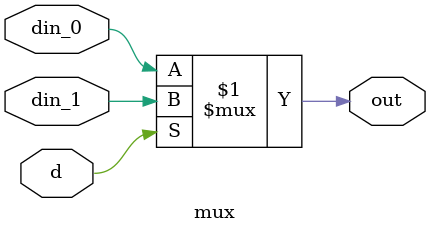
<source format=v>
module  mux(din_0, din_1 , d, out);

    input din_0, din_1, d;
    output wire out;

    assign out = (d) ? din_1 : din_0;

endmodule

</source>
